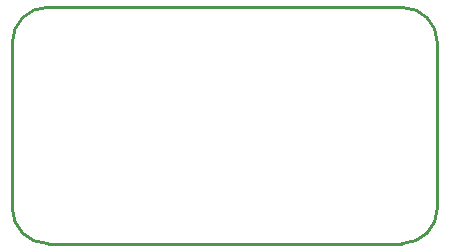
<source format=gko>
G04 Layer: BoardOutlineLayer*
G04 EasyEDA v6.5.44, 2025-04-28 19:25:54*
G04 Gerber Generator version 0.2*
G04 Scale: 100 percent, Rotated: No, Reflected: No *
G04 Dimensions in millimeters *
G04 leading zeros omitted , absolute positions ,4 integer and 5 decimal *
%FSLAX45Y45*%
%MOMM*%

%ADD10C,0.2540*%
D10*
X699998Y5099989D02*
G01*
X699998Y6499987D01*
X3999991Y4799990D02*
G01*
X999997Y4799990D01*
X4299991Y6499987D02*
G01*
X4299991Y5099989D01*
X999997Y6799986D02*
G01*
X3999991Y6799986D01*
G75*
G01*
X3999992Y6799986D02*
G02*
X4299991Y6499987I0J-299999D01*
G75*
G01*
X4299991Y5099990D02*
G02*
X3999992Y4799990I-299999J0D01*
G75*
G01*
X999998Y4799990D02*
G02*
X699999Y5099990I0J300000D01*
G75*
G01*
X699999Y6499987D02*
G02*
X999998Y6799986I299999J0D01*

%LPD*%
M02*

</source>
